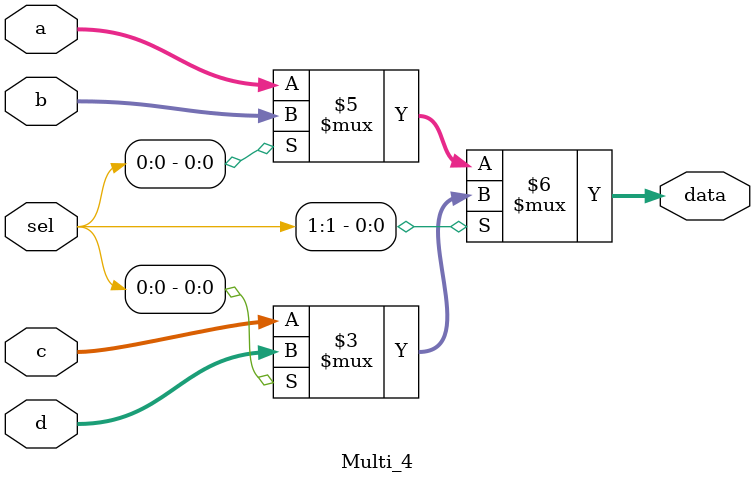
<source format=v>
module Multi_4
#(
	parameter DATA_WIDTH = 32
)(
	input [DATA_WIDTH-1:0]a,
	input [DATA_WIDTH-1:0]b,
	input [DATA_WIDTH-1:0]c,
	input [DATA_WIDTH-1:0]d,
	input [1:0]sel,
	output [DATA_WIDTH-1:0]data
);

	assign data = (sel[1]==1'b1) ? ((sel[0]==1'b1) ? d : c) : ((sel[0]==1'b1) ? b : a);

endmodule
</source>
